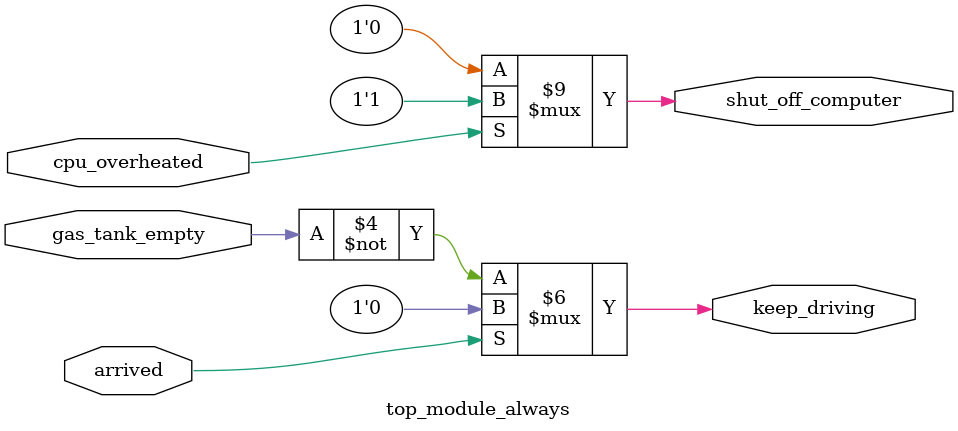
<source format=v>
module top_module_always (
    input      cpu_overheated,
    output reg shut_off_computer,
    input      arrived,
    input      gas_tank_empty,
    output reg keep_driving
);

    always @(*) begin
        if (cpu_overheated)
           shut_off_computer = 1'b1;
        else
           shut_off_computer = 0;
    end

    always @(*) begin
        if (~arrived)
           keep_driving = ~gas_tank_empty;
        else
           keep_driving = 0;
    end

endmodule
</source>
